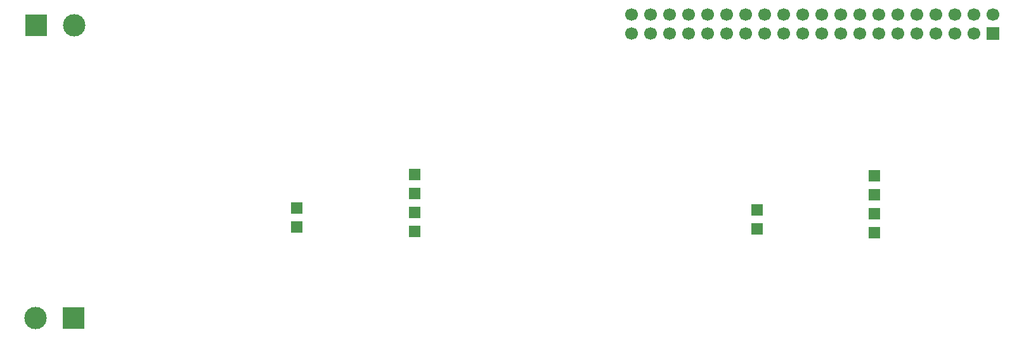
<source format=gbr>
%TF.GenerationSoftware,KiCad,Pcbnew,9.0.2*%
%TF.CreationDate,2025-07-01T15:23:45+02:00*%
%TF.ProjectId,pa-cockpit_door_video,70612d63-6f63-46b7-9069-745f646f6f72,rev?*%
%TF.SameCoordinates,Original*%
%TF.FileFunction,Soldermask,Bot*%
%TF.FilePolarity,Negative*%
%FSLAX46Y46*%
G04 Gerber Fmt 4.6, Leading zero omitted, Abs format (unit mm)*
G04 Created by KiCad (PCBNEW 9.0.2) date 2025-07-01 15:23:45*
%MOMM*%
%LPD*%
G01*
G04 APERTURE LIST*
%ADD10R,1.700000X1.700000*%
%ADD11C,1.700000*%
%ADD12R,3.000000X3.000000*%
%ADD13C,3.000000*%
%ADD14R,1.500000X1.500000*%
G04 APERTURE END LIST*
D10*
%TO.C,J3*%
X212425000Y-75475000D03*
D11*
X212425000Y-72935000D03*
X209885000Y-75475000D03*
X209885000Y-72935000D03*
X207345000Y-75475000D03*
X207345000Y-72935000D03*
X204805000Y-75475000D03*
X204805000Y-72935000D03*
X202265000Y-75475000D03*
X202265000Y-72935000D03*
X199725000Y-75475000D03*
X199725000Y-72935000D03*
X197185000Y-75475000D03*
X197185000Y-72935000D03*
X194645000Y-75475000D03*
X194645000Y-72935000D03*
X192105000Y-75475000D03*
X192105000Y-72935000D03*
X189565000Y-75475000D03*
X189565000Y-72935000D03*
X187025000Y-75475000D03*
X187025000Y-72935000D03*
X184485000Y-75475000D03*
X184485000Y-72935000D03*
X181945000Y-75475000D03*
X181945000Y-72935000D03*
X179405000Y-75475000D03*
X179405000Y-72935000D03*
X176865000Y-75475000D03*
X176865000Y-72935000D03*
X174325000Y-75475000D03*
X174325000Y-72935000D03*
X171785000Y-75475000D03*
X171785000Y-72935000D03*
X169245000Y-75475000D03*
X169245000Y-72935000D03*
X166705000Y-75475000D03*
X166705000Y-72935000D03*
X164165000Y-75475000D03*
X164165000Y-72935000D03*
%TD*%
D12*
%TO.C,J2*%
X89650000Y-113575000D03*
D13*
X84570000Y-113575000D03*
%TD*%
D14*
%TO.C,KR2*%
X196600000Y-94600000D03*
X196600000Y-97140000D03*
X196600000Y-99680000D03*
X196600000Y-102220000D03*
X180900000Y-99100000D03*
X180900000Y-101640000D03*
%TD*%
%TO.C,KR1*%
X135150000Y-94350000D03*
X135150000Y-96890000D03*
X135150000Y-99430000D03*
X135150000Y-101970000D03*
X119450000Y-98850000D03*
X119450000Y-101390000D03*
%TD*%
D12*
%TO.C,J1*%
X84620000Y-74400000D03*
D13*
X89700000Y-74400000D03*
%TD*%
M02*

</source>
